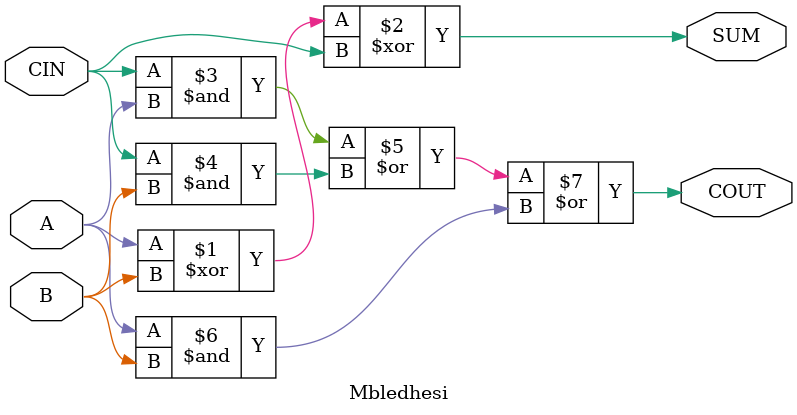
<source format=v>
`timescale 1ns / 1ps


module Mbledhesi(
    input A,
    input B,
    input CIN,
    output SUM,
    output COUT
    );

    assign SUM = A ^ B ^ CIN; //Tabela e vertetesis
    assign COUT = (CIN & A) | (CIN & B) | (A & B); //Tabela e vertetesis
endmodule
</source>
